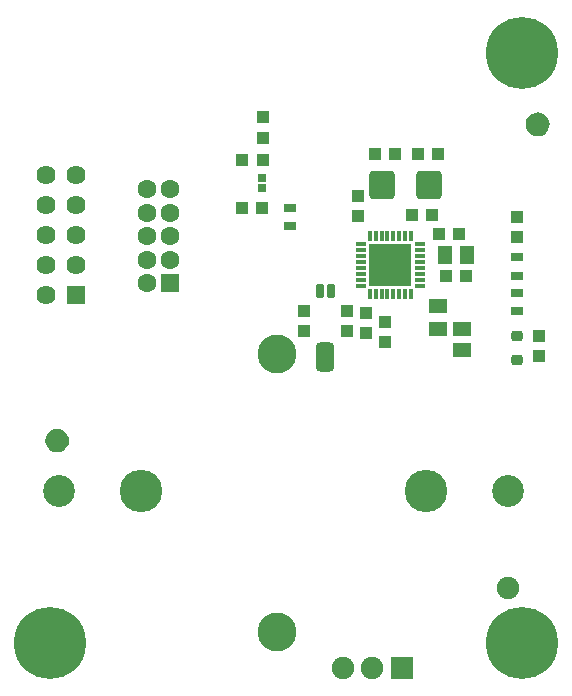
<source format=gts>
G04*
G04 #@! TF.GenerationSoftware,Altium Limited,Altium Designer,18.1.7 (191)*
G04*
G04 Layer_Color=8388736*
%FSLAX24Y24*%
%MOIN*%
G70*
G01*
G75*
%ADD28R,0.0433X0.0394*%
%ADD29R,0.0394X0.0315*%
%ADD30R,0.0394X0.0433*%
%ADD31O,0.0150X0.0374*%
%ADD32O,0.0374X0.0150*%
%ADD33R,0.1398X0.1398*%
G04:AMPARAMS|DCode=34|XSize=47.2mil|YSize=27.6mil|CornerRadius=7.9mil|HoleSize=0mil|Usage=FLASHONLY|Rotation=270.000|XOffset=0mil|YOffset=0mil|HoleType=Round|Shape=RoundedRectangle|*
%AMROUNDEDRECTD34*
21,1,0.0472,0.0118,0,0,270.0*
21,1,0.0315,0.0276,0,0,270.0*
1,1,0.0157,-0.0059,-0.0157*
1,1,0.0157,-0.0059,0.0157*
1,1,0.0157,0.0059,0.0157*
1,1,0.0157,0.0059,-0.0157*
%
%ADD34ROUNDEDRECTD34*%
G04:AMPARAMS|DCode=35|XSize=98.4mil|YSize=63mil|CornerRadius=16.7mil|HoleSize=0mil|Usage=FLASHONLY|Rotation=270.000|XOffset=0mil|YOffset=0mil|HoleType=Round|Shape=RoundedRectangle|*
%AMROUNDEDRECTD35*
21,1,0.0984,0.0295,0,0,270.0*
21,1,0.0650,0.0630,0,0,270.0*
1,1,0.0335,-0.0148,-0.0325*
1,1,0.0335,-0.0148,0.0325*
1,1,0.0335,0.0148,0.0325*
1,1,0.0335,0.0148,-0.0325*
%
%ADD35ROUNDEDRECTD35*%
%ADD36R,0.0492X0.0610*%
%ADD37R,0.0591X0.0453*%
%ADD38R,0.0610X0.0492*%
G04:AMPARAMS|DCode=39|XSize=94.5mil|YSize=86.6mil|CornerRadius=14.4mil|HoleSize=0mil|Usage=FLASHONLY|Rotation=90.000|XOffset=0mil|YOffset=0mil|HoleType=Round|Shape=RoundedRectangle|*
%AMROUNDEDRECTD39*
21,1,0.0945,0.0579,0,0,90.0*
21,1,0.0657,0.0866,0,0,90.0*
1,1,0.0287,0.0289,0.0329*
1,1,0.0287,0.0289,-0.0329*
1,1,0.0287,-0.0289,-0.0329*
1,1,0.0287,-0.0289,0.0329*
%
%ADD39ROUNDEDRECTD39*%
%ADD40R,0.0276X0.0256*%
G04:AMPARAMS|DCode=41|XSize=35.4mil|YSize=39.4mil|CornerRadius=9.8mil|HoleSize=0mil|Usage=FLASHONLY|Rotation=90.000|XOffset=0mil|YOffset=0mil|HoleType=Round|Shape=RoundedRectangle|*
%AMROUNDEDRECTD41*
21,1,0.0354,0.0197,0,0,90.0*
21,1,0.0157,0.0394,0,0,90.0*
1,1,0.0197,0.0098,0.0079*
1,1,0.0197,0.0098,-0.0079*
1,1,0.0197,-0.0098,-0.0079*
1,1,0.0197,-0.0098,0.0079*
%
%ADD41ROUNDEDRECTD41*%
%ADD42C,0.0512*%
%ADD43C,0.2402*%
%ADD44C,0.0748*%
%ADD45R,0.0748X0.0748*%
%ADD46C,0.0639*%
%ADD47R,0.0639X0.0639*%
%ADD48C,0.1299*%
%ADD49C,0.0630*%
%ADD50R,0.0630X0.0630*%
%ADD51C,0.1063*%
%ADD52C,0.1417*%
G36*
X1424Y8297D02*
X1437Y8194D01*
X1477Y8099D01*
X1540Y8016D01*
X1622Y7953D01*
X1718Y7914D01*
X1821Y7900D01*
X1924Y7914D01*
X2019Y7953D01*
X2102Y8016D01*
X2165Y8099D01*
X2204Y8194D01*
X2218Y8297D01*
D01*
X2204Y8400D01*
X2165Y8496D01*
X2102Y8578D01*
X2019Y8641D01*
X1924Y8681D01*
X1821Y8694D01*
X1718Y8681D01*
X1622Y8641D01*
X1540Y8578D01*
X1477Y8496D01*
X1437Y8400D01*
X1424Y8297D01*
D01*
D02*
G37*
G36*
X17447Y18839D02*
X17461Y18736D01*
X17501Y18640D01*
X17564Y18558D01*
X17646Y18495D01*
X17742Y18455D01*
X17844Y18441D01*
X17947Y18455D01*
X18043Y18495D01*
X18125Y18558D01*
X18188Y18640D01*
X18228Y18736D01*
X18242Y18839D01*
D01*
X18228Y18941D01*
X18188Y19037D01*
X18125Y19119D01*
X18043Y19182D01*
X17947Y19222D01*
X17844Y19236D01*
X17742Y19222D01*
X17646Y19182D01*
X17564Y19119D01*
X17501Y19037D01*
X17461Y18941D01*
X17447Y18839D01*
D01*
D02*
G37*
D28*
X7981Y16059D02*
D03*
X8650D02*
D03*
X14783Y13780D02*
D03*
X15453D02*
D03*
X14547Y15197D02*
D03*
X15217D02*
D03*
X14311Y15827D02*
D03*
X13642D02*
D03*
X13091Y17834D02*
D03*
X12421D02*
D03*
X13839Y17835D02*
D03*
X14508D02*
D03*
X8670Y17648D02*
D03*
X8001D02*
D03*
D29*
X9587Y15453D02*
D03*
Y16063D02*
D03*
X17165Y14400D02*
D03*
Y13790D02*
D03*
Y13228D02*
D03*
Y12618D02*
D03*
D30*
X11850Y16457D02*
D03*
Y15787D02*
D03*
X17165Y15073D02*
D03*
Y15742D02*
D03*
X10039Y11949D02*
D03*
Y12618D02*
D03*
X11496Y11949D02*
D03*
Y12618D02*
D03*
X12756Y11575D02*
D03*
Y12244D02*
D03*
X12126Y12559D02*
D03*
Y11890D02*
D03*
X17884Y11772D02*
D03*
Y11102D02*
D03*
X8671Y19065D02*
D03*
Y18396D02*
D03*
D31*
X12244Y15118D02*
D03*
X12441D02*
D03*
X12638D02*
D03*
X12835D02*
D03*
X13032D02*
D03*
X13228D02*
D03*
X13425D02*
D03*
X13622D02*
D03*
Y13169D02*
D03*
X13425D02*
D03*
X13228D02*
D03*
X13032D02*
D03*
X12835D02*
D03*
X12638D02*
D03*
X12441D02*
D03*
X12244D02*
D03*
D32*
X13907Y14833D02*
D03*
Y14636D02*
D03*
Y14439D02*
D03*
Y14242D02*
D03*
Y14045D02*
D03*
Y13848D02*
D03*
Y13652D02*
D03*
Y13455D02*
D03*
X11959D02*
D03*
Y13652D02*
D03*
Y13848D02*
D03*
Y14045D02*
D03*
Y14242D02*
D03*
Y14439D02*
D03*
Y14636D02*
D03*
Y14833D02*
D03*
D33*
X12933Y14144D02*
D03*
D34*
X10591Y13268D02*
D03*
X10945D02*
D03*
D35*
X10768Y11083D02*
D03*
D36*
X14764Y14488D02*
D03*
X15472D02*
D03*
D37*
X14528Y12028D02*
D03*
Y12776D02*
D03*
D38*
X15335Y12028D02*
D03*
Y11319D02*
D03*
D39*
X14213Y16817D02*
D03*
X12638D02*
D03*
D40*
X8660Y17037D02*
D03*
Y16703D02*
D03*
D41*
X17163Y11768D02*
D03*
Y10968D02*
D03*
D42*
X1821Y8297D02*
D03*
X17844Y18839D02*
D03*
D43*
X17323Y21220D02*
D03*
Y1535D02*
D03*
X1575D02*
D03*
D44*
X12333Y719D02*
D03*
X11348D02*
D03*
X16850Y3386D02*
D03*
D45*
X13317Y719D02*
D03*
D46*
X2457Y14142D02*
D03*
Y17142D02*
D03*
Y16142D02*
D03*
X1457Y14142D02*
D03*
Y13142D02*
D03*
Y17142D02*
D03*
Y16142D02*
D03*
X2457Y15142D02*
D03*
X1457D02*
D03*
D47*
X2457Y13142D02*
D03*
D48*
X9152Y1929D02*
D03*
X9144Y11181D02*
D03*
D49*
X4813Y16683D02*
D03*
Y15896D02*
D03*
Y15108D02*
D03*
Y14321D02*
D03*
Y13533D02*
D03*
X5600Y16683D02*
D03*
Y15896D02*
D03*
Y15108D02*
D03*
Y14321D02*
D03*
D50*
Y13533D02*
D03*
D51*
X16850Y6614D02*
D03*
X1890D02*
D03*
D52*
X14134D02*
D03*
X4606D02*
D03*
M02*

</source>
